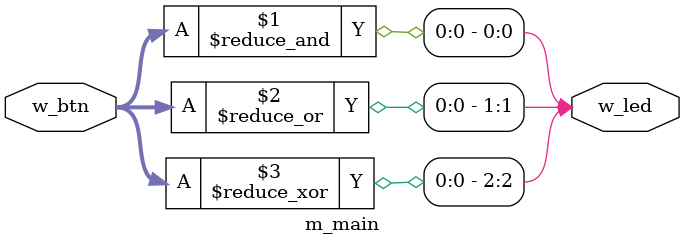
<source format=v>
/**************************************************************************/
/* code026.v                          For CSC.T341 CLD Archlab TOKYO TECH */
/**************************************************************************/
module m_top ();
  reg  [4:0]  r_btn;
  wire [2:0]  w_led;
  initial begin
    #10 r_btn <= 5'b00000;
    #10 r_btn <= 5'b11111;
    #10 r_btn <= 5'b00010;
  end
  always@(*) #1 $display(" %b -> %b", r_btn, w_led);
  m_main m_main0 (r_btn, w_led);
endmodule

module m_main (w_btn, w_led);
  input  wire [4:0] w_btn;
  output wire [2:0] w_led;
  assign w_led[0]  = &w_btn; // same as w_btn[0] & w_btn[1] & w_btn[2] & w_btn[3] & w_btn[4]
  assign w_led[1]  = |w_btn; // same as w_btn[0] | w_btn[1] | w_btn[2] | w_btn[3] | w_btn[4] 
  assign w_led[2]  = ^w_btn; // same as w_btn[0] ^ w_btn[1] ^ w_btn[2] ^ w_btn[3] ^ w_btn[4]
endmodule

</source>
